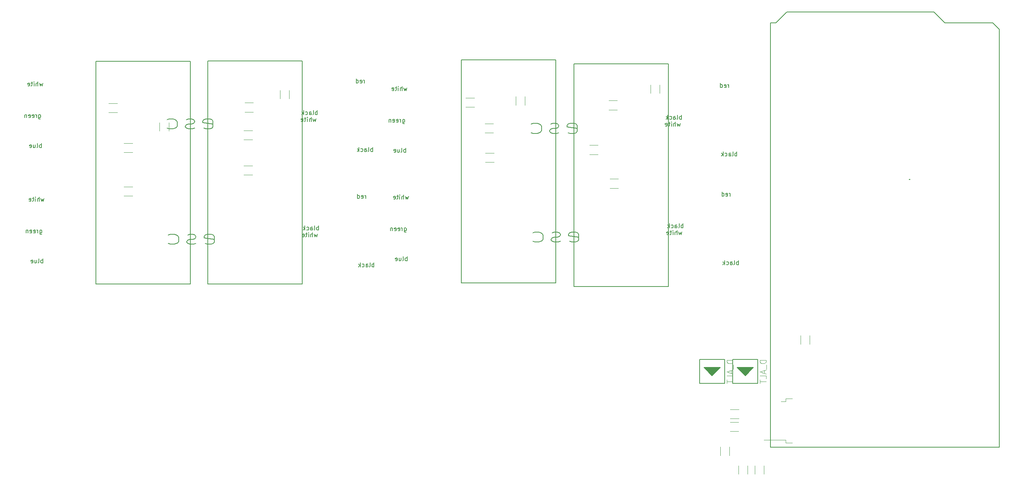
<source format=gbr>
G04 #@! TF.GenerationSoftware,KiCad,Pcbnew,5.1.2-f72e74a~84~ubuntu16.04.1*
G04 #@! TF.CreationDate,2019-05-07T21:52:54+05:30*
G04 #@! TF.ProjectId,MasterPcb,4d617374-6572-4506-9362-2e6b69636164,rev?*
G04 #@! TF.SameCoordinates,Original*
G04 #@! TF.FileFunction,Legend,Bot*
G04 #@! TF.FilePolarity,Positive*
%FSLAX46Y46*%
G04 Gerber Fmt 4.6, Leading zero omitted, Abs format (unit mm)*
G04 Created by KiCad (PCBNEW 5.1.2-f72e74a~84~ubuntu16.04.1) date 2019-05-07 21:52:54*
%MOMM*%
%LPD*%
G04 APERTURE LIST*
%ADD10C,0.150000*%
%ADD11C,0.127000*%
%ADD12C,0.120000*%
%ADD13C,0.050000*%
G04 APERTURE END LIST*
D10*
X95052400Y-89001600D02*
X95052400Y-37001600D01*
X95052400Y-37001600D02*
X73052400Y-37001600D01*
X73052400Y-37001600D02*
X73052400Y-89001600D01*
X73052400Y-89001600D02*
X95052400Y-89001600D01*
D11*
X201244200Y-112217200D02*
X201244200Y-106629200D01*
X201244200Y-106629200D02*
X195402200Y-106629200D01*
X195402200Y-106629200D02*
X195402200Y-112217200D01*
X195402200Y-112217200D02*
X201244200Y-112217200D01*
G36*
X196418200Y-108534200D02*
G01*
X198323200Y-110439200D01*
X200228200Y-108534200D01*
X196418200Y-108534200D01*
G37*
X196418200Y-108534200D02*
X198323200Y-110439200D01*
X200228200Y-108534200D01*
X196418200Y-108534200D01*
X193522600Y-112217200D02*
X193522600Y-106629200D01*
X193522600Y-106629200D02*
X187680600Y-106629200D01*
X187680600Y-106629200D02*
X187680600Y-112217200D01*
X187680600Y-112217200D02*
X193522600Y-112217200D01*
G36*
X188696600Y-108534200D02*
G01*
X190601600Y-110439200D01*
X192506600Y-108534200D01*
X188696600Y-108534200D01*
G37*
X188696600Y-108534200D02*
X190601600Y-110439200D01*
X192506600Y-108534200D01*
X188696600Y-108534200D01*
D12*
X213363200Y-103057200D02*
X213363200Y-101057200D01*
X211223200Y-101057200D02*
X211223200Y-103057200D01*
X202695200Y-133435600D02*
X202695200Y-131435600D01*
X200555200Y-131435600D02*
X200555200Y-133435600D01*
X196745200Y-131435600D02*
X196745200Y-133435600D01*
X198885200Y-133435600D02*
X198885200Y-131435600D01*
X135162800Y-45615200D02*
X133162800Y-45615200D01*
X133162800Y-47755200D02*
X135162800Y-47755200D01*
X51952400Y-46834400D02*
X49952400Y-46834400D01*
X49952400Y-48974400D02*
X51952400Y-48974400D01*
X139734800Y-58467600D02*
X137734800Y-58467600D01*
X137734800Y-60607600D02*
X139734800Y-60607600D01*
X162017200Y-58778800D02*
X164017200Y-58778800D01*
X164017200Y-56638800D02*
X162017200Y-56638800D01*
X55483000Y-66316200D02*
X53483000Y-66316200D01*
X53483000Y-68456200D02*
X55483000Y-68456200D01*
X83448400Y-61414000D02*
X81448400Y-61414000D01*
X81448400Y-63554000D02*
X83448400Y-63554000D01*
X194834000Y-120450000D02*
X196834000Y-120450000D01*
X196834000Y-118310000D02*
X194834000Y-118310000D01*
X166741600Y-66652800D02*
X168741600Y-66652800D01*
X168741600Y-64512800D02*
X166741600Y-64512800D01*
X81448400Y-55375200D02*
X83448400Y-55375200D01*
X83448400Y-53235200D02*
X81448400Y-53235200D01*
X139633200Y-51609600D02*
X137633200Y-51609600D01*
X137633200Y-53749600D02*
X139633200Y-53749600D01*
X144827600Y-45278800D02*
X144827600Y-47278800D01*
X146967600Y-47278800D02*
X146967600Y-45278800D01*
X168487600Y-46224800D02*
X166487600Y-46224800D01*
X166487600Y-48364800D02*
X168487600Y-48364800D01*
X176272800Y-42535600D02*
X176272800Y-44535600D01*
X178412800Y-44535600D02*
X178412800Y-42535600D01*
X61820400Y-51324000D02*
X61820400Y-53324000D01*
X63960400Y-53324000D02*
X63960400Y-51324000D01*
X55483000Y-56156200D02*
X53483000Y-56156200D01*
X53483000Y-58296200D02*
X55483000Y-58296200D01*
X83651600Y-46732800D02*
X81651600Y-46732800D01*
X81651600Y-48872800D02*
X83651600Y-48872800D01*
X89912800Y-43805600D02*
X89912800Y-45805600D01*
X92052800Y-45805600D02*
X92052800Y-43805600D01*
X194783200Y-123396400D02*
X196783200Y-123396400D01*
X196783200Y-121256400D02*
X194783200Y-121256400D01*
X194668800Y-129066800D02*
X194668800Y-127066800D01*
X192528800Y-127066800D02*
X192528800Y-129066800D01*
X209268400Y-126154800D02*
X207768400Y-126154800D01*
X207768400Y-126154800D02*
X207768400Y-125464800D01*
X207768400Y-125464800D02*
X202643400Y-125464800D01*
X209268400Y-115754800D02*
X207768400Y-115754800D01*
X207768400Y-115754800D02*
X207768400Y-116444800D01*
X207768400Y-116444800D02*
X206668400Y-116444800D01*
D10*
X257556000Y-127101600D02*
X204216000Y-127101600D01*
X244856000Y-28041600D02*
X256032000Y-28041600D01*
X242316000Y-25501600D02*
X244856000Y-28041600D01*
X208026000Y-25501600D02*
X242316000Y-25501600D01*
X205486000Y-28041600D02*
X208026000Y-25501600D01*
X204216000Y-28041600D02*
X205486000Y-28041600D01*
X257556000Y-29565600D02*
X256032000Y-28041600D01*
X204216000Y-127101600D02*
X204216000Y-28041600D01*
X257556000Y-127101600D02*
X257556000Y-29565600D01*
X68992000Y-89052400D02*
X68992000Y-37052400D01*
X68992000Y-37052400D02*
X46992000Y-37052400D01*
X46992000Y-37052400D02*
X46992000Y-89052400D01*
X46992000Y-89052400D02*
X68992000Y-89052400D01*
X154183600Y-88747600D02*
X154183600Y-36747600D01*
X154183600Y-36747600D02*
X132183600Y-36747600D01*
X132183600Y-36747600D02*
X132183600Y-88747600D01*
X132183600Y-88747600D02*
X154183600Y-88747600D01*
X180396400Y-89662000D02*
X180396400Y-37662000D01*
X180396400Y-37662000D02*
X158396400Y-37662000D01*
X158396400Y-37662000D02*
X158396400Y-89662000D01*
X158396400Y-89662000D02*
X180396400Y-89662000D01*
D13*
X203156168Y-106818543D02*
X201753658Y-106818543D01*
X201753658Y-107152474D01*
X201820445Y-107352833D01*
X201954017Y-107486405D01*
X202087589Y-107553191D01*
X202354734Y-107619977D01*
X202555093Y-107619977D01*
X202822237Y-107553191D01*
X202955810Y-107486405D01*
X203089382Y-107352833D01*
X203156168Y-107152474D01*
X203156168Y-106818543D01*
X203289741Y-107887122D02*
X203289741Y-108955701D01*
X202755451Y-109222846D02*
X202755451Y-109890708D01*
X203156168Y-109089274D02*
X201753658Y-109556777D01*
X203156168Y-110024280D01*
X203156168Y-111159645D02*
X203156168Y-110491784D01*
X201753658Y-110491784D01*
X201753658Y-111426790D02*
X201753658Y-112228225D01*
X203156168Y-111827507D02*
X201753658Y-111827507D01*
X195434568Y-106818543D02*
X194032058Y-106818543D01*
X194032058Y-107152474D01*
X194098845Y-107352833D01*
X194232417Y-107486405D01*
X194365989Y-107553191D01*
X194633134Y-107619977D01*
X194833493Y-107619977D01*
X195100637Y-107553191D01*
X195234210Y-107486405D01*
X195367782Y-107352833D01*
X195434568Y-107152474D01*
X195434568Y-106818543D01*
X195568141Y-107887122D02*
X195568141Y-108955701D01*
X195033851Y-109222846D02*
X195033851Y-109890708D01*
X195434568Y-109089274D02*
X194032058Y-109556777D01*
X195434568Y-110024280D01*
X195434568Y-111159645D02*
X195434568Y-110491784D01*
X194032058Y-110491784D01*
X194032058Y-111426790D02*
X194032058Y-112228225D01*
X195434568Y-111827507D02*
X194032058Y-111827507D01*
D10*
X236577142Y-64617600D02*
X236624761Y-64665219D01*
X236672380Y-64617600D01*
X236624761Y-64569980D01*
X236577142Y-64617600D01*
X236672380Y-64617600D01*
X111473904Y-58107580D02*
X111473904Y-57107580D01*
X111473904Y-57488533D02*
X111378666Y-57440914D01*
X111188190Y-57440914D01*
X111092952Y-57488533D01*
X111045333Y-57536152D01*
X110997714Y-57631390D01*
X110997714Y-57917104D01*
X111045333Y-58012342D01*
X111092952Y-58059961D01*
X111188190Y-58107580D01*
X111378666Y-58107580D01*
X111473904Y-58059961D01*
X110426285Y-58107580D02*
X110521523Y-58059961D01*
X110569142Y-57964723D01*
X110569142Y-57107580D01*
X109616761Y-58107580D02*
X109616761Y-57583771D01*
X109664380Y-57488533D01*
X109759619Y-57440914D01*
X109950095Y-57440914D01*
X110045333Y-57488533D01*
X109616761Y-58059961D02*
X109712000Y-58107580D01*
X109950095Y-58107580D01*
X110045333Y-58059961D01*
X110092952Y-57964723D01*
X110092952Y-57869485D01*
X110045333Y-57774247D01*
X109950095Y-57726628D01*
X109712000Y-57726628D01*
X109616761Y-57679009D01*
X108712000Y-58059961D02*
X108807238Y-58107580D01*
X108997714Y-58107580D01*
X109092952Y-58059961D01*
X109140571Y-58012342D01*
X109188190Y-57917104D01*
X109188190Y-57631390D01*
X109140571Y-57536152D01*
X109092952Y-57488533D01*
X108997714Y-57440914D01*
X108807238Y-57440914D01*
X108712000Y-57488533D01*
X108283428Y-58107580D02*
X108283428Y-57107580D01*
X108188190Y-57726628D02*
X107902476Y-58107580D01*
X107902476Y-57440914D02*
X108283428Y-57821866D01*
X109564380Y-42107580D02*
X109564380Y-41440914D01*
X109564380Y-41631390D02*
X109516761Y-41536152D01*
X109469142Y-41488533D01*
X109373904Y-41440914D01*
X109278666Y-41440914D01*
X108564380Y-42059961D02*
X108659619Y-42107580D01*
X108850095Y-42107580D01*
X108945333Y-42059961D01*
X108992952Y-41964723D01*
X108992952Y-41583771D01*
X108945333Y-41488533D01*
X108850095Y-41440914D01*
X108659619Y-41440914D01*
X108564380Y-41488533D01*
X108516761Y-41583771D01*
X108516761Y-41679009D01*
X108992952Y-41774247D01*
X107659619Y-42107580D02*
X107659619Y-41107580D01*
X107659619Y-42059961D02*
X107754857Y-42107580D01*
X107945333Y-42107580D01*
X108040571Y-42059961D01*
X108088190Y-42012342D01*
X108135809Y-41917104D01*
X108135809Y-41631390D01*
X108088190Y-41536152D01*
X108040571Y-41488533D01*
X107945333Y-41440914D01*
X107754857Y-41440914D01*
X107659619Y-41488533D01*
X34597714Y-42140914D02*
X34407238Y-42807580D01*
X34216761Y-42331390D01*
X34026285Y-42807580D01*
X33835809Y-42140914D01*
X33454857Y-42807580D02*
X33454857Y-41807580D01*
X33026285Y-42807580D02*
X33026285Y-42283771D01*
X33073904Y-42188533D01*
X33169142Y-42140914D01*
X33312000Y-42140914D01*
X33407238Y-42188533D01*
X33454857Y-42236152D01*
X32550095Y-42807580D02*
X32550095Y-42140914D01*
X32550095Y-41807580D02*
X32597714Y-41855200D01*
X32550095Y-41902819D01*
X32502476Y-41855200D01*
X32550095Y-41807580D01*
X32550095Y-41902819D01*
X32216761Y-42140914D02*
X31835809Y-42140914D01*
X32073904Y-41807580D02*
X32073904Y-42664723D01*
X32026285Y-42759961D01*
X31931047Y-42807580D01*
X31835809Y-42807580D01*
X31121523Y-42759961D02*
X31216761Y-42807580D01*
X31407238Y-42807580D01*
X31502476Y-42759961D01*
X31550095Y-42664723D01*
X31550095Y-42283771D01*
X31502476Y-42188533D01*
X31407238Y-42140914D01*
X31216761Y-42140914D01*
X31121523Y-42188533D01*
X31073904Y-42283771D01*
X31073904Y-42379009D01*
X31550095Y-42474247D01*
X33616761Y-49540914D02*
X33616761Y-50350438D01*
X33664380Y-50445676D01*
X33712000Y-50493295D01*
X33807238Y-50540914D01*
X33950095Y-50540914D01*
X34045333Y-50493295D01*
X33616761Y-50159961D02*
X33712000Y-50207580D01*
X33902476Y-50207580D01*
X33997714Y-50159961D01*
X34045333Y-50112342D01*
X34092952Y-50017104D01*
X34092952Y-49731390D01*
X34045333Y-49636152D01*
X33997714Y-49588533D01*
X33902476Y-49540914D01*
X33712000Y-49540914D01*
X33616761Y-49588533D01*
X33140571Y-50207580D02*
X33140571Y-49540914D01*
X33140571Y-49731390D02*
X33092952Y-49636152D01*
X33045333Y-49588533D01*
X32950095Y-49540914D01*
X32854857Y-49540914D01*
X32140571Y-50159961D02*
X32235809Y-50207580D01*
X32426285Y-50207580D01*
X32521523Y-50159961D01*
X32569142Y-50064723D01*
X32569142Y-49683771D01*
X32521523Y-49588533D01*
X32426285Y-49540914D01*
X32235809Y-49540914D01*
X32140571Y-49588533D01*
X32092952Y-49683771D01*
X32092952Y-49779009D01*
X32569142Y-49874247D01*
X31283428Y-50159961D02*
X31378666Y-50207580D01*
X31569142Y-50207580D01*
X31664380Y-50159961D01*
X31712000Y-50064723D01*
X31712000Y-49683771D01*
X31664380Y-49588533D01*
X31569142Y-49540914D01*
X31378666Y-49540914D01*
X31283428Y-49588533D01*
X31235809Y-49683771D01*
X31235809Y-49779009D01*
X31712000Y-49874247D01*
X30807238Y-49540914D02*
X30807238Y-50207580D01*
X30807238Y-49636152D02*
X30759619Y-49588533D01*
X30664380Y-49540914D01*
X30521523Y-49540914D01*
X30426285Y-49588533D01*
X30378666Y-49683771D01*
X30378666Y-50207580D01*
X34269142Y-57207580D02*
X34269142Y-56207580D01*
X34269142Y-56588533D02*
X34173904Y-56540914D01*
X33983428Y-56540914D01*
X33888190Y-56588533D01*
X33840571Y-56636152D01*
X33792952Y-56731390D01*
X33792952Y-57017104D01*
X33840571Y-57112342D01*
X33888190Y-57159961D01*
X33983428Y-57207580D01*
X34173904Y-57207580D01*
X34269142Y-57159961D01*
X33221523Y-57207580D02*
X33316761Y-57159961D01*
X33364380Y-57064723D01*
X33364380Y-56207580D01*
X32412000Y-56540914D02*
X32412000Y-57207580D01*
X32840571Y-56540914D02*
X32840571Y-57064723D01*
X32792952Y-57159961D01*
X32697714Y-57207580D01*
X32554857Y-57207580D01*
X32459619Y-57159961D01*
X32412000Y-57112342D01*
X31554857Y-57159961D02*
X31650095Y-57207580D01*
X31840571Y-57207580D01*
X31935809Y-57159961D01*
X31983428Y-57064723D01*
X31983428Y-56683771D01*
X31935809Y-56588533D01*
X31840571Y-56540914D01*
X31650095Y-56540914D01*
X31554857Y-56588533D01*
X31507238Y-56683771D01*
X31507238Y-56779009D01*
X31983428Y-56874247D01*
X98573904Y-49507580D02*
X98573904Y-48507580D01*
X98573904Y-48888533D02*
X98478666Y-48840914D01*
X98288190Y-48840914D01*
X98192952Y-48888533D01*
X98145333Y-48936152D01*
X98097714Y-49031390D01*
X98097714Y-49317104D01*
X98145333Y-49412342D01*
X98192952Y-49459961D01*
X98288190Y-49507580D01*
X98478666Y-49507580D01*
X98573904Y-49459961D01*
X97526285Y-49507580D02*
X97621523Y-49459961D01*
X97669142Y-49364723D01*
X97669142Y-48507580D01*
X96716761Y-49507580D02*
X96716761Y-48983771D01*
X96764380Y-48888533D01*
X96859619Y-48840914D01*
X97050095Y-48840914D01*
X97145333Y-48888533D01*
X96716761Y-49459961D02*
X96812000Y-49507580D01*
X97050095Y-49507580D01*
X97145333Y-49459961D01*
X97192952Y-49364723D01*
X97192952Y-49269485D01*
X97145333Y-49174247D01*
X97050095Y-49126628D01*
X96812000Y-49126628D01*
X96716761Y-49079009D01*
X95812000Y-49459961D02*
X95907238Y-49507580D01*
X96097714Y-49507580D01*
X96192952Y-49459961D01*
X96240571Y-49412342D01*
X96288190Y-49317104D01*
X96288190Y-49031390D01*
X96240571Y-48936152D01*
X96192952Y-48888533D01*
X96097714Y-48840914D01*
X95907238Y-48840914D01*
X95812000Y-48888533D01*
X95383428Y-49507580D02*
X95383428Y-48507580D01*
X95288190Y-49126628D02*
X95002476Y-49507580D01*
X95002476Y-48840914D02*
X95383428Y-49221866D01*
X98297714Y-50440914D02*
X98107238Y-51107580D01*
X97916761Y-50631390D01*
X97726285Y-51107580D01*
X97535809Y-50440914D01*
X97154857Y-51107580D02*
X97154857Y-50107580D01*
X96726285Y-51107580D02*
X96726285Y-50583771D01*
X96773904Y-50488533D01*
X96869142Y-50440914D01*
X97012000Y-50440914D01*
X97107238Y-50488533D01*
X97154857Y-50536152D01*
X96250095Y-51107580D02*
X96250095Y-50440914D01*
X96250095Y-50107580D02*
X96297714Y-50155200D01*
X96250095Y-50202819D01*
X96202476Y-50155200D01*
X96250095Y-50107580D01*
X96250095Y-50202819D01*
X95916761Y-50440914D02*
X95535809Y-50440914D01*
X95773904Y-50107580D02*
X95773904Y-50964723D01*
X95726285Y-51059961D01*
X95631047Y-51107580D01*
X95535809Y-51107580D01*
X94821523Y-51059961D02*
X94916761Y-51107580D01*
X95107238Y-51107580D01*
X95202476Y-51059961D01*
X95250095Y-50964723D01*
X95250095Y-50583771D01*
X95202476Y-50488533D01*
X95107238Y-50440914D01*
X94916761Y-50440914D01*
X94821523Y-50488533D01*
X94773904Y-50583771D01*
X94773904Y-50679009D01*
X95250095Y-50774247D01*
X72126285Y-52671866D02*
X72602476Y-52838533D01*
X73554857Y-52838533D01*
X74031047Y-52671866D01*
X74269142Y-52338533D01*
X74269142Y-51005200D01*
X74031047Y-50671866D01*
X73554857Y-50505200D01*
X72602476Y-50505200D01*
X72126285Y-50671866D01*
X71888190Y-51005200D01*
X71888190Y-51338533D01*
X74269142Y-51671866D01*
X69983428Y-52671866D02*
X69507238Y-52838533D01*
X68554857Y-52838533D01*
X68078666Y-52671866D01*
X67840571Y-52338533D01*
X67840571Y-52171866D01*
X68078666Y-51838533D01*
X68554857Y-51671866D01*
X69269142Y-51671866D01*
X69745333Y-51505200D01*
X69983428Y-51171866D01*
X69983428Y-51005200D01*
X69745333Y-50671866D01*
X69269142Y-50505200D01*
X68554857Y-50505200D01*
X68078666Y-50671866D01*
X63554857Y-52671866D02*
X64031047Y-52838533D01*
X64983428Y-52838533D01*
X65459619Y-52671866D01*
X65697714Y-52505200D01*
X65935809Y-52171866D01*
X65935809Y-51171866D01*
X65697714Y-50838533D01*
X65459619Y-50671866D01*
X64983428Y-50505200D01*
X64031047Y-50505200D01*
X63554857Y-50671866D01*
X111778704Y-85031580D02*
X111778704Y-84031580D01*
X111778704Y-84412533D02*
X111683466Y-84364914D01*
X111492990Y-84364914D01*
X111397752Y-84412533D01*
X111350133Y-84460152D01*
X111302514Y-84555390D01*
X111302514Y-84841104D01*
X111350133Y-84936342D01*
X111397752Y-84983961D01*
X111492990Y-85031580D01*
X111683466Y-85031580D01*
X111778704Y-84983961D01*
X110731085Y-85031580D02*
X110826323Y-84983961D01*
X110873942Y-84888723D01*
X110873942Y-84031580D01*
X109921561Y-85031580D02*
X109921561Y-84507771D01*
X109969180Y-84412533D01*
X110064419Y-84364914D01*
X110254895Y-84364914D01*
X110350133Y-84412533D01*
X109921561Y-84983961D02*
X110016800Y-85031580D01*
X110254895Y-85031580D01*
X110350133Y-84983961D01*
X110397752Y-84888723D01*
X110397752Y-84793485D01*
X110350133Y-84698247D01*
X110254895Y-84650628D01*
X110016800Y-84650628D01*
X109921561Y-84603009D01*
X109016800Y-84983961D02*
X109112038Y-85031580D01*
X109302514Y-85031580D01*
X109397752Y-84983961D01*
X109445371Y-84936342D01*
X109492990Y-84841104D01*
X109492990Y-84555390D01*
X109445371Y-84460152D01*
X109397752Y-84412533D01*
X109302514Y-84364914D01*
X109112038Y-84364914D01*
X109016800Y-84412533D01*
X108588228Y-85031580D02*
X108588228Y-84031580D01*
X108492990Y-84650628D02*
X108207276Y-85031580D01*
X108207276Y-84364914D02*
X108588228Y-84745866D01*
X109869180Y-69031580D02*
X109869180Y-68364914D01*
X109869180Y-68555390D02*
X109821561Y-68460152D01*
X109773942Y-68412533D01*
X109678704Y-68364914D01*
X109583466Y-68364914D01*
X108869180Y-68983961D02*
X108964419Y-69031580D01*
X109154895Y-69031580D01*
X109250133Y-68983961D01*
X109297752Y-68888723D01*
X109297752Y-68507771D01*
X109250133Y-68412533D01*
X109154895Y-68364914D01*
X108964419Y-68364914D01*
X108869180Y-68412533D01*
X108821561Y-68507771D01*
X108821561Y-68603009D01*
X109297752Y-68698247D01*
X107964419Y-69031580D02*
X107964419Y-68031580D01*
X107964419Y-68983961D02*
X108059657Y-69031580D01*
X108250133Y-69031580D01*
X108345371Y-68983961D01*
X108392990Y-68936342D01*
X108440609Y-68841104D01*
X108440609Y-68555390D01*
X108392990Y-68460152D01*
X108345371Y-68412533D01*
X108250133Y-68364914D01*
X108059657Y-68364914D01*
X107964419Y-68412533D01*
X34902514Y-69064914D02*
X34712038Y-69731580D01*
X34521561Y-69255390D01*
X34331085Y-69731580D01*
X34140609Y-69064914D01*
X33759657Y-69731580D02*
X33759657Y-68731580D01*
X33331085Y-69731580D02*
X33331085Y-69207771D01*
X33378704Y-69112533D01*
X33473942Y-69064914D01*
X33616800Y-69064914D01*
X33712038Y-69112533D01*
X33759657Y-69160152D01*
X32854895Y-69731580D02*
X32854895Y-69064914D01*
X32854895Y-68731580D02*
X32902514Y-68779200D01*
X32854895Y-68826819D01*
X32807276Y-68779200D01*
X32854895Y-68731580D01*
X32854895Y-68826819D01*
X32521561Y-69064914D02*
X32140609Y-69064914D01*
X32378704Y-68731580D02*
X32378704Y-69588723D01*
X32331085Y-69683961D01*
X32235847Y-69731580D01*
X32140609Y-69731580D01*
X31426323Y-69683961D02*
X31521561Y-69731580D01*
X31712038Y-69731580D01*
X31807276Y-69683961D01*
X31854895Y-69588723D01*
X31854895Y-69207771D01*
X31807276Y-69112533D01*
X31712038Y-69064914D01*
X31521561Y-69064914D01*
X31426323Y-69112533D01*
X31378704Y-69207771D01*
X31378704Y-69303009D01*
X31854895Y-69398247D01*
X33921561Y-76464914D02*
X33921561Y-77274438D01*
X33969180Y-77369676D01*
X34016800Y-77417295D01*
X34112038Y-77464914D01*
X34254895Y-77464914D01*
X34350133Y-77417295D01*
X33921561Y-77083961D02*
X34016800Y-77131580D01*
X34207276Y-77131580D01*
X34302514Y-77083961D01*
X34350133Y-77036342D01*
X34397752Y-76941104D01*
X34397752Y-76655390D01*
X34350133Y-76560152D01*
X34302514Y-76512533D01*
X34207276Y-76464914D01*
X34016800Y-76464914D01*
X33921561Y-76512533D01*
X33445371Y-77131580D02*
X33445371Y-76464914D01*
X33445371Y-76655390D02*
X33397752Y-76560152D01*
X33350133Y-76512533D01*
X33254895Y-76464914D01*
X33159657Y-76464914D01*
X32445371Y-77083961D02*
X32540609Y-77131580D01*
X32731085Y-77131580D01*
X32826323Y-77083961D01*
X32873942Y-76988723D01*
X32873942Y-76607771D01*
X32826323Y-76512533D01*
X32731085Y-76464914D01*
X32540609Y-76464914D01*
X32445371Y-76512533D01*
X32397752Y-76607771D01*
X32397752Y-76703009D01*
X32873942Y-76798247D01*
X31588228Y-77083961D02*
X31683466Y-77131580D01*
X31873942Y-77131580D01*
X31969180Y-77083961D01*
X32016800Y-76988723D01*
X32016800Y-76607771D01*
X31969180Y-76512533D01*
X31873942Y-76464914D01*
X31683466Y-76464914D01*
X31588228Y-76512533D01*
X31540609Y-76607771D01*
X31540609Y-76703009D01*
X32016800Y-76798247D01*
X31112038Y-76464914D02*
X31112038Y-77131580D01*
X31112038Y-76560152D02*
X31064419Y-76512533D01*
X30969180Y-76464914D01*
X30826323Y-76464914D01*
X30731085Y-76512533D01*
X30683466Y-76607771D01*
X30683466Y-77131580D01*
X34573942Y-84131580D02*
X34573942Y-83131580D01*
X34573942Y-83512533D02*
X34478704Y-83464914D01*
X34288228Y-83464914D01*
X34192990Y-83512533D01*
X34145371Y-83560152D01*
X34097752Y-83655390D01*
X34097752Y-83941104D01*
X34145371Y-84036342D01*
X34192990Y-84083961D01*
X34288228Y-84131580D01*
X34478704Y-84131580D01*
X34573942Y-84083961D01*
X33526323Y-84131580D02*
X33621561Y-84083961D01*
X33669180Y-83988723D01*
X33669180Y-83131580D01*
X32716800Y-83464914D02*
X32716800Y-84131580D01*
X33145371Y-83464914D02*
X33145371Y-83988723D01*
X33097752Y-84083961D01*
X33002514Y-84131580D01*
X32859657Y-84131580D01*
X32764419Y-84083961D01*
X32716800Y-84036342D01*
X31859657Y-84083961D02*
X31954895Y-84131580D01*
X32145371Y-84131580D01*
X32240609Y-84083961D01*
X32288228Y-83988723D01*
X32288228Y-83607771D01*
X32240609Y-83512533D01*
X32145371Y-83464914D01*
X31954895Y-83464914D01*
X31859657Y-83512533D01*
X31812038Y-83607771D01*
X31812038Y-83703009D01*
X32288228Y-83798247D01*
X98878704Y-76431580D02*
X98878704Y-75431580D01*
X98878704Y-75812533D02*
X98783466Y-75764914D01*
X98592990Y-75764914D01*
X98497752Y-75812533D01*
X98450133Y-75860152D01*
X98402514Y-75955390D01*
X98402514Y-76241104D01*
X98450133Y-76336342D01*
X98497752Y-76383961D01*
X98592990Y-76431580D01*
X98783466Y-76431580D01*
X98878704Y-76383961D01*
X97831085Y-76431580D02*
X97926323Y-76383961D01*
X97973942Y-76288723D01*
X97973942Y-75431580D01*
X97021561Y-76431580D02*
X97021561Y-75907771D01*
X97069180Y-75812533D01*
X97164419Y-75764914D01*
X97354895Y-75764914D01*
X97450133Y-75812533D01*
X97021561Y-76383961D02*
X97116800Y-76431580D01*
X97354895Y-76431580D01*
X97450133Y-76383961D01*
X97497752Y-76288723D01*
X97497752Y-76193485D01*
X97450133Y-76098247D01*
X97354895Y-76050628D01*
X97116800Y-76050628D01*
X97021561Y-76003009D01*
X96116800Y-76383961D02*
X96212038Y-76431580D01*
X96402514Y-76431580D01*
X96497752Y-76383961D01*
X96545371Y-76336342D01*
X96592990Y-76241104D01*
X96592990Y-75955390D01*
X96545371Y-75860152D01*
X96497752Y-75812533D01*
X96402514Y-75764914D01*
X96212038Y-75764914D01*
X96116800Y-75812533D01*
X95688228Y-76431580D02*
X95688228Y-75431580D01*
X95592990Y-76050628D02*
X95307276Y-76431580D01*
X95307276Y-75764914D02*
X95688228Y-76145866D01*
X98602514Y-77364914D02*
X98412038Y-78031580D01*
X98221561Y-77555390D01*
X98031085Y-78031580D01*
X97840609Y-77364914D01*
X97459657Y-78031580D02*
X97459657Y-77031580D01*
X97031085Y-78031580D02*
X97031085Y-77507771D01*
X97078704Y-77412533D01*
X97173942Y-77364914D01*
X97316800Y-77364914D01*
X97412038Y-77412533D01*
X97459657Y-77460152D01*
X96554895Y-78031580D02*
X96554895Y-77364914D01*
X96554895Y-77031580D02*
X96602514Y-77079200D01*
X96554895Y-77126819D01*
X96507276Y-77079200D01*
X96554895Y-77031580D01*
X96554895Y-77126819D01*
X96221561Y-77364914D02*
X95840609Y-77364914D01*
X96078704Y-77031580D02*
X96078704Y-77888723D01*
X96031085Y-77983961D01*
X95935847Y-78031580D01*
X95840609Y-78031580D01*
X95126323Y-77983961D02*
X95221561Y-78031580D01*
X95412038Y-78031580D01*
X95507276Y-77983961D01*
X95554895Y-77888723D01*
X95554895Y-77507771D01*
X95507276Y-77412533D01*
X95412038Y-77364914D01*
X95221561Y-77364914D01*
X95126323Y-77412533D01*
X95078704Y-77507771D01*
X95078704Y-77603009D01*
X95554895Y-77698247D01*
X72431085Y-79595866D02*
X72907276Y-79762533D01*
X73859657Y-79762533D01*
X74335847Y-79595866D01*
X74573942Y-79262533D01*
X74573942Y-77929200D01*
X74335847Y-77595866D01*
X73859657Y-77429200D01*
X72907276Y-77429200D01*
X72431085Y-77595866D01*
X72192990Y-77929200D01*
X72192990Y-78262533D01*
X74573942Y-78595866D01*
X70288228Y-79595866D02*
X69812038Y-79762533D01*
X68859657Y-79762533D01*
X68383466Y-79595866D01*
X68145371Y-79262533D01*
X68145371Y-79095866D01*
X68383466Y-78762533D01*
X68859657Y-78595866D01*
X69573942Y-78595866D01*
X70050133Y-78429200D01*
X70288228Y-78095866D01*
X70288228Y-77929200D01*
X70050133Y-77595866D01*
X69573942Y-77429200D01*
X68859657Y-77429200D01*
X68383466Y-77595866D01*
X63859657Y-79595866D02*
X64335847Y-79762533D01*
X65288228Y-79762533D01*
X65764419Y-79595866D01*
X66002514Y-79429200D01*
X66240609Y-79095866D01*
X66240609Y-78095866D01*
X66002514Y-77762533D01*
X65764419Y-77595866D01*
X65288228Y-77429200D01*
X64335847Y-77429200D01*
X63859657Y-77595866D01*
X196360704Y-59174380D02*
X196360704Y-58174380D01*
X196360704Y-58555333D02*
X196265466Y-58507714D01*
X196074990Y-58507714D01*
X195979752Y-58555333D01*
X195932133Y-58602952D01*
X195884514Y-58698190D01*
X195884514Y-58983904D01*
X195932133Y-59079142D01*
X195979752Y-59126761D01*
X196074990Y-59174380D01*
X196265466Y-59174380D01*
X196360704Y-59126761D01*
X195313085Y-59174380D02*
X195408323Y-59126761D01*
X195455942Y-59031523D01*
X195455942Y-58174380D01*
X194503561Y-59174380D02*
X194503561Y-58650571D01*
X194551180Y-58555333D01*
X194646419Y-58507714D01*
X194836895Y-58507714D01*
X194932133Y-58555333D01*
X194503561Y-59126761D02*
X194598800Y-59174380D01*
X194836895Y-59174380D01*
X194932133Y-59126761D01*
X194979752Y-59031523D01*
X194979752Y-58936285D01*
X194932133Y-58841047D01*
X194836895Y-58793428D01*
X194598800Y-58793428D01*
X194503561Y-58745809D01*
X193598800Y-59126761D02*
X193694038Y-59174380D01*
X193884514Y-59174380D01*
X193979752Y-59126761D01*
X194027371Y-59079142D01*
X194074990Y-58983904D01*
X194074990Y-58698190D01*
X194027371Y-58602952D01*
X193979752Y-58555333D01*
X193884514Y-58507714D01*
X193694038Y-58507714D01*
X193598800Y-58555333D01*
X193170228Y-59174380D02*
X193170228Y-58174380D01*
X193074990Y-58793428D02*
X192789276Y-59174380D01*
X192789276Y-58507714D02*
X193170228Y-58888666D01*
X194451180Y-43174380D02*
X194451180Y-42507714D01*
X194451180Y-42698190D02*
X194403561Y-42602952D01*
X194355942Y-42555333D01*
X194260704Y-42507714D01*
X194165466Y-42507714D01*
X193451180Y-43126761D02*
X193546419Y-43174380D01*
X193736895Y-43174380D01*
X193832133Y-43126761D01*
X193879752Y-43031523D01*
X193879752Y-42650571D01*
X193832133Y-42555333D01*
X193736895Y-42507714D01*
X193546419Y-42507714D01*
X193451180Y-42555333D01*
X193403561Y-42650571D01*
X193403561Y-42745809D01*
X193879752Y-42841047D01*
X192546419Y-43174380D02*
X192546419Y-42174380D01*
X192546419Y-43126761D02*
X192641657Y-43174380D01*
X192832133Y-43174380D01*
X192927371Y-43126761D01*
X192974990Y-43079142D01*
X193022609Y-42983904D01*
X193022609Y-42698190D01*
X192974990Y-42602952D01*
X192927371Y-42555333D01*
X192832133Y-42507714D01*
X192641657Y-42507714D01*
X192546419Y-42555333D01*
X119484514Y-43207714D02*
X119294038Y-43874380D01*
X119103561Y-43398190D01*
X118913085Y-43874380D01*
X118722609Y-43207714D01*
X118341657Y-43874380D02*
X118341657Y-42874380D01*
X117913085Y-43874380D02*
X117913085Y-43350571D01*
X117960704Y-43255333D01*
X118055942Y-43207714D01*
X118198800Y-43207714D01*
X118294038Y-43255333D01*
X118341657Y-43302952D01*
X117436895Y-43874380D02*
X117436895Y-43207714D01*
X117436895Y-42874380D02*
X117484514Y-42922000D01*
X117436895Y-42969619D01*
X117389276Y-42922000D01*
X117436895Y-42874380D01*
X117436895Y-42969619D01*
X117103561Y-43207714D02*
X116722609Y-43207714D01*
X116960704Y-42874380D02*
X116960704Y-43731523D01*
X116913085Y-43826761D01*
X116817847Y-43874380D01*
X116722609Y-43874380D01*
X116008323Y-43826761D02*
X116103561Y-43874380D01*
X116294038Y-43874380D01*
X116389276Y-43826761D01*
X116436895Y-43731523D01*
X116436895Y-43350571D01*
X116389276Y-43255333D01*
X116294038Y-43207714D01*
X116103561Y-43207714D01*
X116008323Y-43255333D01*
X115960704Y-43350571D01*
X115960704Y-43445809D01*
X116436895Y-43541047D01*
X118503561Y-50607714D02*
X118503561Y-51417238D01*
X118551180Y-51512476D01*
X118598800Y-51560095D01*
X118694038Y-51607714D01*
X118836895Y-51607714D01*
X118932133Y-51560095D01*
X118503561Y-51226761D02*
X118598800Y-51274380D01*
X118789276Y-51274380D01*
X118884514Y-51226761D01*
X118932133Y-51179142D01*
X118979752Y-51083904D01*
X118979752Y-50798190D01*
X118932133Y-50702952D01*
X118884514Y-50655333D01*
X118789276Y-50607714D01*
X118598800Y-50607714D01*
X118503561Y-50655333D01*
X118027371Y-51274380D02*
X118027371Y-50607714D01*
X118027371Y-50798190D02*
X117979752Y-50702952D01*
X117932133Y-50655333D01*
X117836895Y-50607714D01*
X117741657Y-50607714D01*
X117027371Y-51226761D02*
X117122609Y-51274380D01*
X117313085Y-51274380D01*
X117408323Y-51226761D01*
X117455942Y-51131523D01*
X117455942Y-50750571D01*
X117408323Y-50655333D01*
X117313085Y-50607714D01*
X117122609Y-50607714D01*
X117027371Y-50655333D01*
X116979752Y-50750571D01*
X116979752Y-50845809D01*
X117455942Y-50941047D01*
X116170228Y-51226761D02*
X116265466Y-51274380D01*
X116455942Y-51274380D01*
X116551180Y-51226761D01*
X116598800Y-51131523D01*
X116598800Y-50750571D01*
X116551180Y-50655333D01*
X116455942Y-50607714D01*
X116265466Y-50607714D01*
X116170228Y-50655333D01*
X116122609Y-50750571D01*
X116122609Y-50845809D01*
X116598800Y-50941047D01*
X115694038Y-50607714D02*
X115694038Y-51274380D01*
X115694038Y-50702952D02*
X115646419Y-50655333D01*
X115551180Y-50607714D01*
X115408323Y-50607714D01*
X115313085Y-50655333D01*
X115265466Y-50750571D01*
X115265466Y-51274380D01*
X119155942Y-58274380D02*
X119155942Y-57274380D01*
X119155942Y-57655333D02*
X119060704Y-57607714D01*
X118870228Y-57607714D01*
X118774990Y-57655333D01*
X118727371Y-57702952D01*
X118679752Y-57798190D01*
X118679752Y-58083904D01*
X118727371Y-58179142D01*
X118774990Y-58226761D01*
X118870228Y-58274380D01*
X119060704Y-58274380D01*
X119155942Y-58226761D01*
X118108323Y-58274380D02*
X118203561Y-58226761D01*
X118251180Y-58131523D01*
X118251180Y-57274380D01*
X117298800Y-57607714D02*
X117298800Y-58274380D01*
X117727371Y-57607714D02*
X117727371Y-58131523D01*
X117679752Y-58226761D01*
X117584514Y-58274380D01*
X117441657Y-58274380D01*
X117346419Y-58226761D01*
X117298800Y-58179142D01*
X116441657Y-58226761D02*
X116536895Y-58274380D01*
X116727371Y-58274380D01*
X116822609Y-58226761D01*
X116870228Y-58131523D01*
X116870228Y-57750571D01*
X116822609Y-57655333D01*
X116727371Y-57607714D01*
X116536895Y-57607714D01*
X116441657Y-57655333D01*
X116394038Y-57750571D01*
X116394038Y-57845809D01*
X116870228Y-57941047D01*
X183460704Y-50574380D02*
X183460704Y-49574380D01*
X183460704Y-49955333D02*
X183365466Y-49907714D01*
X183174990Y-49907714D01*
X183079752Y-49955333D01*
X183032133Y-50002952D01*
X182984514Y-50098190D01*
X182984514Y-50383904D01*
X183032133Y-50479142D01*
X183079752Y-50526761D01*
X183174990Y-50574380D01*
X183365466Y-50574380D01*
X183460704Y-50526761D01*
X182413085Y-50574380D02*
X182508323Y-50526761D01*
X182555942Y-50431523D01*
X182555942Y-49574380D01*
X181603561Y-50574380D02*
X181603561Y-50050571D01*
X181651180Y-49955333D01*
X181746419Y-49907714D01*
X181936895Y-49907714D01*
X182032133Y-49955333D01*
X181603561Y-50526761D02*
X181698800Y-50574380D01*
X181936895Y-50574380D01*
X182032133Y-50526761D01*
X182079752Y-50431523D01*
X182079752Y-50336285D01*
X182032133Y-50241047D01*
X181936895Y-50193428D01*
X181698800Y-50193428D01*
X181603561Y-50145809D01*
X180698800Y-50526761D02*
X180794038Y-50574380D01*
X180984514Y-50574380D01*
X181079752Y-50526761D01*
X181127371Y-50479142D01*
X181174990Y-50383904D01*
X181174990Y-50098190D01*
X181127371Y-50002952D01*
X181079752Y-49955333D01*
X180984514Y-49907714D01*
X180794038Y-49907714D01*
X180698800Y-49955333D01*
X180270228Y-50574380D02*
X180270228Y-49574380D01*
X180174990Y-50193428D02*
X179889276Y-50574380D01*
X179889276Y-49907714D02*
X180270228Y-50288666D01*
X183184514Y-51507714D02*
X182994038Y-52174380D01*
X182803561Y-51698190D01*
X182613085Y-52174380D01*
X182422609Y-51507714D01*
X182041657Y-52174380D02*
X182041657Y-51174380D01*
X181613085Y-52174380D02*
X181613085Y-51650571D01*
X181660704Y-51555333D01*
X181755942Y-51507714D01*
X181898800Y-51507714D01*
X181994038Y-51555333D01*
X182041657Y-51602952D01*
X181136895Y-52174380D02*
X181136895Y-51507714D01*
X181136895Y-51174380D02*
X181184514Y-51222000D01*
X181136895Y-51269619D01*
X181089276Y-51222000D01*
X181136895Y-51174380D01*
X181136895Y-51269619D01*
X180803561Y-51507714D02*
X180422609Y-51507714D01*
X180660704Y-51174380D02*
X180660704Y-52031523D01*
X180613085Y-52126761D01*
X180517847Y-52174380D01*
X180422609Y-52174380D01*
X179708323Y-52126761D02*
X179803561Y-52174380D01*
X179994038Y-52174380D01*
X180089276Y-52126761D01*
X180136895Y-52031523D01*
X180136895Y-51650571D01*
X180089276Y-51555333D01*
X179994038Y-51507714D01*
X179803561Y-51507714D01*
X179708323Y-51555333D01*
X179660704Y-51650571D01*
X179660704Y-51745809D01*
X180136895Y-51841047D01*
X157013085Y-53738666D02*
X157489276Y-53905333D01*
X158441657Y-53905333D01*
X158917847Y-53738666D01*
X159155942Y-53405333D01*
X159155942Y-52072000D01*
X158917847Y-51738666D01*
X158441657Y-51572000D01*
X157489276Y-51572000D01*
X157013085Y-51738666D01*
X156774990Y-52072000D01*
X156774990Y-52405333D01*
X159155942Y-52738666D01*
X154870228Y-53738666D02*
X154394038Y-53905333D01*
X153441657Y-53905333D01*
X152965466Y-53738666D01*
X152727371Y-53405333D01*
X152727371Y-53238666D01*
X152965466Y-52905333D01*
X153441657Y-52738666D01*
X154155942Y-52738666D01*
X154632133Y-52572000D01*
X154870228Y-52238666D01*
X154870228Y-52072000D01*
X154632133Y-51738666D01*
X154155942Y-51572000D01*
X153441657Y-51572000D01*
X152965466Y-51738666D01*
X148441657Y-53738666D02*
X148917847Y-53905333D01*
X149870228Y-53905333D01*
X150346419Y-53738666D01*
X150584514Y-53572000D01*
X150822609Y-53238666D01*
X150822609Y-52238666D01*
X150584514Y-51905333D01*
X150346419Y-51738666D01*
X149870228Y-51572000D01*
X148917847Y-51572000D01*
X148441657Y-51738666D01*
X196716304Y-84523580D02*
X196716304Y-83523580D01*
X196716304Y-83904533D02*
X196621066Y-83856914D01*
X196430590Y-83856914D01*
X196335352Y-83904533D01*
X196287733Y-83952152D01*
X196240114Y-84047390D01*
X196240114Y-84333104D01*
X196287733Y-84428342D01*
X196335352Y-84475961D01*
X196430590Y-84523580D01*
X196621066Y-84523580D01*
X196716304Y-84475961D01*
X195668685Y-84523580D02*
X195763923Y-84475961D01*
X195811542Y-84380723D01*
X195811542Y-83523580D01*
X194859161Y-84523580D02*
X194859161Y-83999771D01*
X194906780Y-83904533D01*
X195002019Y-83856914D01*
X195192495Y-83856914D01*
X195287733Y-83904533D01*
X194859161Y-84475961D02*
X194954400Y-84523580D01*
X195192495Y-84523580D01*
X195287733Y-84475961D01*
X195335352Y-84380723D01*
X195335352Y-84285485D01*
X195287733Y-84190247D01*
X195192495Y-84142628D01*
X194954400Y-84142628D01*
X194859161Y-84095009D01*
X193954400Y-84475961D02*
X194049638Y-84523580D01*
X194240114Y-84523580D01*
X194335352Y-84475961D01*
X194382971Y-84428342D01*
X194430590Y-84333104D01*
X194430590Y-84047390D01*
X194382971Y-83952152D01*
X194335352Y-83904533D01*
X194240114Y-83856914D01*
X194049638Y-83856914D01*
X193954400Y-83904533D01*
X193525828Y-84523580D02*
X193525828Y-83523580D01*
X193430590Y-84142628D02*
X193144876Y-84523580D01*
X193144876Y-83856914D02*
X193525828Y-84237866D01*
X194806780Y-68523580D02*
X194806780Y-67856914D01*
X194806780Y-68047390D02*
X194759161Y-67952152D01*
X194711542Y-67904533D01*
X194616304Y-67856914D01*
X194521066Y-67856914D01*
X193806780Y-68475961D02*
X193902019Y-68523580D01*
X194092495Y-68523580D01*
X194187733Y-68475961D01*
X194235352Y-68380723D01*
X194235352Y-67999771D01*
X194187733Y-67904533D01*
X194092495Y-67856914D01*
X193902019Y-67856914D01*
X193806780Y-67904533D01*
X193759161Y-67999771D01*
X193759161Y-68095009D01*
X194235352Y-68190247D01*
X192902019Y-68523580D02*
X192902019Y-67523580D01*
X192902019Y-68475961D02*
X192997257Y-68523580D01*
X193187733Y-68523580D01*
X193282971Y-68475961D01*
X193330590Y-68428342D01*
X193378209Y-68333104D01*
X193378209Y-68047390D01*
X193330590Y-67952152D01*
X193282971Y-67904533D01*
X193187733Y-67856914D01*
X192997257Y-67856914D01*
X192902019Y-67904533D01*
X119840114Y-68556914D02*
X119649638Y-69223580D01*
X119459161Y-68747390D01*
X119268685Y-69223580D01*
X119078209Y-68556914D01*
X118697257Y-69223580D02*
X118697257Y-68223580D01*
X118268685Y-69223580D02*
X118268685Y-68699771D01*
X118316304Y-68604533D01*
X118411542Y-68556914D01*
X118554400Y-68556914D01*
X118649638Y-68604533D01*
X118697257Y-68652152D01*
X117792495Y-69223580D02*
X117792495Y-68556914D01*
X117792495Y-68223580D02*
X117840114Y-68271200D01*
X117792495Y-68318819D01*
X117744876Y-68271200D01*
X117792495Y-68223580D01*
X117792495Y-68318819D01*
X117459161Y-68556914D02*
X117078209Y-68556914D01*
X117316304Y-68223580D02*
X117316304Y-69080723D01*
X117268685Y-69175961D01*
X117173447Y-69223580D01*
X117078209Y-69223580D01*
X116363923Y-69175961D02*
X116459161Y-69223580D01*
X116649638Y-69223580D01*
X116744876Y-69175961D01*
X116792495Y-69080723D01*
X116792495Y-68699771D01*
X116744876Y-68604533D01*
X116649638Y-68556914D01*
X116459161Y-68556914D01*
X116363923Y-68604533D01*
X116316304Y-68699771D01*
X116316304Y-68795009D01*
X116792495Y-68890247D01*
X118859161Y-75956914D02*
X118859161Y-76766438D01*
X118906780Y-76861676D01*
X118954400Y-76909295D01*
X119049638Y-76956914D01*
X119192495Y-76956914D01*
X119287733Y-76909295D01*
X118859161Y-76575961D02*
X118954400Y-76623580D01*
X119144876Y-76623580D01*
X119240114Y-76575961D01*
X119287733Y-76528342D01*
X119335352Y-76433104D01*
X119335352Y-76147390D01*
X119287733Y-76052152D01*
X119240114Y-76004533D01*
X119144876Y-75956914D01*
X118954400Y-75956914D01*
X118859161Y-76004533D01*
X118382971Y-76623580D02*
X118382971Y-75956914D01*
X118382971Y-76147390D02*
X118335352Y-76052152D01*
X118287733Y-76004533D01*
X118192495Y-75956914D01*
X118097257Y-75956914D01*
X117382971Y-76575961D02*
X117478209Y-76623580D01*
X117668685Y-76623580D01*
X117763923Y-76575961D01*
X117811542Y-76480723D01*
X117811542Y-76099771D01*
X117763923Y-76004533D01*
X117668685Y-75956914D01*
X117478209Y-75956914D01*
X117382971Y-76004533D01*
X117335352Y-76099771D01*
X117335352Y-76195009D01*
X117811542Y-76290247D01*
X116525828Y-76575961D02*
X116621066Y-76623580D01*
X116811542Y-76623580D01*
X116906780Y-76575961D01*
X116954400Y-76480723D01*
X116954400Y-76099771D01*
X116906780Y-76004533D01*
X116811542Y-75956914D01*
X116621066Y-75956914D01*
X116525828Y-76004533D01*
X116478209Y-76099771D01*
X116478209Y-76195009D01*
X116954400Y-76290247D01*
X116049638Y-75956914D02*
X116049638Y-76623580D01*
X116049638Y-76052152D02*
X116002019Y-76004533D01*
X115906780Y-75956914D01*
X115763923Y-75956914D01*
X115668685Y-76004533D01*
X115621066Y-76099771D01*
X115621066Y-76623580D01*
X119511542Y-83623580D02*
X119511542Y-82623580D01*
X119511542Y-83004533D02*
X119416304Y-82956914D01*
X119225828Y-82956914D01*
X119130590Y-83004533D01*
X119082971Y-83052152D01*
X119035352Y-83147390D01*
X119035352Y-83433104D01*
X119082971Y-83528342D01*
X119130590Y-83575961D01*
X119225828Y-83623580D01*
X119416304Y-83623580D01*
X119511542Y-83575961D01*
X118463923Y-83623580D02*
X118559161Y-83575961D01*
X118606780Y-83480723D01*
X118606780Y-82623580D01*
X117654400Y-82956914D02*
X117654400Y-83623580D01*
X118082971Y-82956914D02*
X118082971Y-83480723D01*
X118035352Y-83575961D01*
X117940114Y-83623580D01*
X117797257Y-83623580D01*
X117702019Y-83575961D01*
X117654400Y-83528342D01*
X116797257Y-83575961D02*
X116892495Y-83623580D01*
X117082971Y-83623580D01*
X117178209Y-83575961D01*
X117225828Y-83480723D01*
X117225828Y-83099771D01*
X117178209Y-83004533D01*
X117082971Y-82956914D01*
X116892495Y-82956914D01*
X116797257Y-83004533D01*
X116749638Y-83099771D01*
X116749638Y-83195009D01*
X117225828Y-83290247D01*
X183816304Y-75923580D02*
X183816304Y-74923580D01*
X183816304Y-75304533D02*
X183721066Y-75256914D01*
X183530590Y-75256914D01*
X183435352Y-75304533D01*
X183387733Y-75352152D01*
X183340114Y-75447390D01*
X183340114Y-75733104D01*
X183387733Y-75828342D01*
X183435352Y-75875961D01*
X183530590Y-75923580D01*
X183721066Y-75923580D01*
X183816304Y-75875961D01*
X182768685Y-75923580D02*
X182863923Y-75875961D01*
X182911542Y-75780723D01*
X182911542Y-74923580D01*
X181959161Y-75923580D02*
X181959161Y-75399771D01*
X182006780Y-75304533D01*
X182102019Y-75256914D01*
X182292495Y-75256914D01*
X182387733Y-75304533D01*
X181959161Y-75875961D02*
X182054400Y-75923580D01*
X182292495Y-75923580D01*
X182387733Y-75875961D01*
X182435352Y-75780723D01*
X182435352Y-75685485D01*
X182387733Y-75590247D01*
X182292495Y-75542628D01*
X182054400Y-75542628D01*
X181959161Y-75495009D01*
X181054400Y-75875961D02*
X181149638Y-75923580D01*
X181340114Y-75923580D01*
X181435352Y-75875961D01*
X181482971Y-75828342D01*
X181530590Y-75733104D01*
X181530590Y-75447390D01*
X181482971Y-75352152D01*
X181435352Y-75304533D01*
X181340114Y-75256914D01*
X181149638Y-75256914D01*
X181054400Y-75304533D01*
X180625828Y-75923580D02*
X180625828Y-74923580D01*
X180530590Y-75542628D02*
X180244876Y-75923580D01*
X180244876Y-75256914D02*
X180625828Y-75637866D01*
X183540114Y-76856914D02*
X183349638Y-77523580D01*
X183159161Y-77047390D01*
X182968685Y-77523580D01*
X182778209Y-76856914D01*
X182397257Y-77523580D02*
X182397257Y-76523580D01*
X181968685Y-77523580D02*
X181968685Y-76999771D01*
X182016304Y-76904533D01*
X182111542Y-76856914D01*
X182254400Y-76856914D01*
X182349638Y-76904533D01*
X182397257Y-76952152D01*
X181492495Y-77523580D02*
X181492495Y-76856914D01*
X181492495Y-76523580D02*
X181540114Y-76571200D01*
X181492495Y-76618819D01*
X181444876Y-76571200D01*
X181492495Y-76523580D01*
X181492495Y-76618819D01*
X181159161Y-76856914D02*
X180778209Y-76856914D01*
X181016304Y-76523580D02*
X181016304Y-77380723D01*
X180968685Y-77475961D01*
X180873447Y-77523580D01*
X180778209Y-77523580D01*
X180063923Y-77475961D02*
X180159161Y-77523580D01*
X180349638Y-77523580D01*
X180444876Y-77475961D01*
X180492495Y-77380723D01*
X180492495Y-76999771D01*
X180444876Y-76904533D01*
X180349638Y-76856914D01*
X180159161Y-76856914D01*
X180063923Y-76904533D01*
X180016304Y-76999771D01*
X180016304Y-77095009D01*
X180492495Y-77190247D01*
X157368685Y-79087866D02*
X157844876Y-79254533D01*
X158797257Y-79254533D01*
X159273447Y-79087866D01*
X159511542Y-78754533D01*
X159511542Y-77421200D01*
X159273447Y-77087866D01*
X158797257Y-76921200D01*
X157844876Y-76921200D01*
X157368685Y-77087866D01*
X157130590Y-77421200D01*
X157130590Y-77754533D01*
X159511542Y-78087866D01*
X155225828Y-79087866D02*
X154749638Y-79254533D01*
X153797257Y-79254533D01*
X153321066Y-79087866D01*
X153082971Y-78754533D01*
X153082971Y-78587866D01*
X153321066Y-78254533D01*
X153797257Y-78087866D01*
X154511542Y-78087866D01*
X154987733Y-77921200D01*
X155225828Y-77587866D01*
X155225828Y-77421200D01*
X154987733Y-77087866D01*
X154511542Y-76921200D01*
X153797257Y-76921200D01*
X153321066Y-77087866D01*
X148797257Y-79087866D02*
X149273447Y-79254533D01*
X150225828Y-79254533D01*
X150702019Y-79087866D01*
X150940114Y-78921200D01*
X151178209Y-78587866D01*
X151178209Y-77587866D01*
X150940114Y-77254533D01*
X150702019Y-77087866D01*
X150225828Y-76921200D01*
X149273447Y-76921200D01*
X148797257Y-77087866D01*
M02*

</source>
